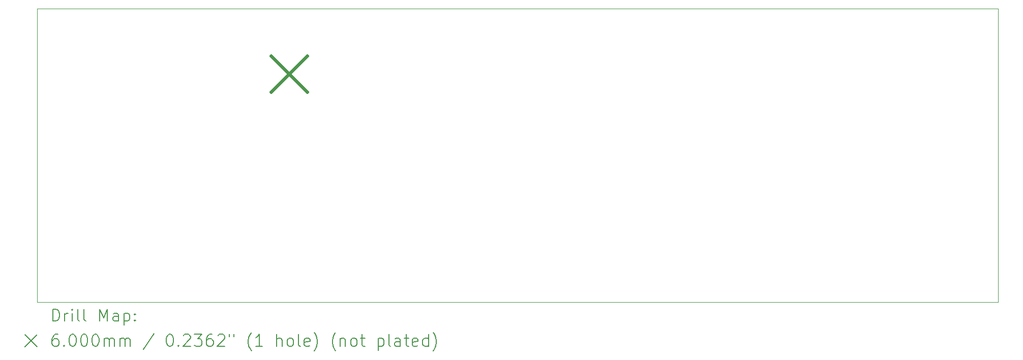
<source format=gbr>
%TF.GenerationSoftware,KiCad,Pcbnew,7.0.9-7.0.9~ubuntu20.04.1*%
%TF.CreationDate,2023-12-17T17:56:01+01:00*%
%TF.ProjectId,PL_switch,504c5f73-7769-4746-9368-2e6b69636164,1.0*%
%TF.SameCoordinates,Original*%
%TF.FileFunction,Drillmap*%
%TF.FilePolarity,Positive*%
%FSLAX45Y45*%
G04 Gerber Fmt 4.5, Leading zero omitted, Abs format (unit mm)*
G04 Created by KiCad (PCBNEW 7.0.9-7.0.9~ubuntu20.04.1) date 2023-12-17 17:56:01*
%MOMM*%
%LPD*%
G01*
G04 APERTURE LIST*
%ADD10C,0.100000*%
%ADD11C,0.200000*%
%ADD12C,0.600000*%
G04 APERTURE END LIST*
D10*
X5905500Y-7366000D02*
X21907500Y-7366000D01*
X21907500Y-12255500D01*
X5905500Y-12255500D01*
X5905500Y-7366000D01*
D11*
D12*
X9796500Y-8151000D02*
X10396500Y-8751000D01*
X10396500Y-8151000D02*
X9796500Y-8751000D01*
D11*
X6161277Y-12571984D02*
X6161277Y-12371984D01*
X6161277Y-12371984D02*
X6208896Y-12371984D01*
X6208896Y-12371984D02*
X6237467Y-12381508D01*
X6237467Y-12381508D02*
X6256515Y-12400555D01*
X6256515Y-12400555D02*
X6266039Y-12419603D01*
X6266039Y-12419603D02*
X6275562Y-12457698D01*
X6275562Y-12457698D02*
X6275562Y-12486269D01*
X6275562Y-12486269D02*
X6266039Y-12524365D01*
X6266039Y-12524365D02*
X6256515Y-12543412D01*
X6256515Y-12543412D02*
X6237467Y-12562460D01*
X6237467Y-12562460D02*
X6208896Y-12571984D01*
X6208896Y-12571984D02*
X6161277Y-12571984D01*
X6361277Y-12571984D02*
X6361277Y-12438650D01*
X6361277Y-12476746D02*
X6370801Y-12457698D01*
X6370801Y-12457698D02*
X6380324Y-12448174D01*
X6380324Y-12448174D02*
X6399372Y-12438650D01*
X6399372Y-12438650D02*
X6418420Y-12438650D01*
X6485086Y-12571984D02*
X6485086Y-12438650D01*
X6485086Y-12371984D02*
X6475562Y-12381508D01*
X6475562Y-12381508D02*
X6485086Y-12391031D01*
X6485086Y-12391031D02*
X6494610Y-12381508D01*
X6494610Y-12381508D02*
X6485086Y-12371984D01*
X6485086Y-12371984D02*
X6485086Y-12391031D01*
X6608896Y-12571984D02*
X6589848Y-12562460D01*
X6589848Y-12562460D02*
X6580324Y-12543412D01*
X6580324Y-12543412D02*
X6580324Y-12371984D01*
X6713658Y-12571984D02*
X6694610Y-12562460D01*
X6694610Y-12562460D02*
X6685086Y-12543412D01*
X6685086Y-12543412D02*
X6685086Y-12371984D01*
X6942229Y-12571984D02*
X6942229Y-12371984D01*
X6942229Y-12371984D02*
X7008896Y-12514841D01*
X7008896Y-12514841D02*
X7075562Y-12371984D01*
X7075562Y-12371984D02*
X7075562Y-12571984D01*
X7256515Y-12571984D02*
X7256515Y-12467222D01*
X7256515Y-12467222D02*
X7246991Y-12448174D01*
X7246991Y-12448174D02*
X7227943Y-12438650D01*
X7227943Y-12438650D02*
X7189848Y-12438650D01*
X7189848Y-12438650D02*
X7170801Y-12448174D01*
X7256515Y-12562460D02*
X7237467Y-12571984D01*
X7237467Y-12571984D02*
X7189848Y-12571984D01*
X7189848Y-12571984D02*
X7170801Y-12562460D01*
X7170801Y-12562460D02*
X7161277Y-12543412D01*
X7161277Y-12543412D02*
X7161277Y-12524365D01*
X7161277Y-12524365D02*
X7170801Y-12505317D01*
X7170801Y-12505317D02*
X7189848Y-12495793D01*
X7189848Y-12495793D02*
X7237467Y-12495793D01*
X7237467Y-12495793D02*
X7256515Y-12486269D01*
X7351753Y-12438650D02*
X7351753Y-12638650D01*
X7351753Y-12448174D02*
X7370801Y-12438650D01*
X7370801Y-12438650D02*
X7408896Y-12438650D01*
X7408896Y-12438650D02*
X7427943Y-12448174D01*
X7427943Y-12448174D02*
X7437467Y-12457698D01*
X7437467Y-12457698D02*
X7446991Y-12476746D01*
X7446991Y-12476746D02*
X7446991Y-12533888D01*
X7446991Y-12533888D02*
X7437467Y-12552936D01*
X7437467Y-12552936D02*
X7427943Y-12562460D01*
X7427943Y-12562460D02*
X7408896Y-12571984D01*
X7408896Y-12571984D02*
X7370801Y-12571984D01*
X7370801Y-12571984D02*
X7351753Y-12562460D01*
X7532705Y-12552936D02*
X7542229Y-12562460D01*
X7542229Y-12562460D02*
X7532705Y-12571984D01*
X7532705Y-12571984D02*
X7523182Y-12562460D01*
X7523182Y-12562460D02*
X7532705Y-12552936D01*
X7532705Y-12552936D02*
X7532705Y-12571984D01*
X7532705Y-12448174D02*
X7542229Y-12457698D01*
X7542229Y-12457698D02*
X7532705Y-12467222D01*
X7532705Y-12467222D02*
X7523182Y-12457698D01*
X7523182Y-12457698D02*
X7532705Y-12448174D01*
X7532705Y-12448174D02*
X7532705Y-12467222D01*
X5700500Y-12800500D02*
X5900500Y-13000500D01*
X5900500Y-12800500D02*
X5700500Y-13000500D01*
X6246991Y-12791984D02*
X6208896Y-12791984D01*
X6208896Y-12791984D02*
X6189848Y-12801508D01*
X6189848Y-12801508D02*
X6180324Y-12811031D01*
X6180324Y-12811031D02*
X6161277Y-12839603D01*
X6161277Y-12839603D02*
X6151753Y-12877698D01*
X6151753Y-12877698D02*
X6151753Y-12953888D01*
X6151753Y-12953888D02*
X6161277Y-12972936D01*
X6161277Y-12972936D02*
X6170801Y-12982460D01*
X6170801Y-12982460D02*
X6189848Y-12991984D01*
X6189848Y-12991984D02*
X6227943Y-12991984D01*
X6227943Y-12991984D02*
X6246991Y-12982460D01*
X6246991Y-12982460D02*
X6256515Y-12972936D01*
X6256515Y-12972936D02*
X6266039Y-12953888D01*
X6266039Y-12953888D02*
X6266039Y-12906269D01*
X6266039Y-12906269D02*
X6256515Y-12887222D01*
X6256515Y-12887222D02*
X6246991Y-12877698D01*
X6246991Y-12877698D02*
X6227943Y-12868174D01*
X6227943Y-12868174D02*
X6189848Y-12868174D01*
X6189848Y-12868174D02*
X6170801Y-12877698D01*
X6170801Y-12877698D02*
X6161277Y-12887222D01*
X6161277Y-12887222D02*
X6151753Y-12906269D01*
X6351753Y-12972936D02*
X6361277Y-12982460D01*
X6361277Y-12982460D02*
X6351753Y-12991984D01*
X6351753Y-12991984D02*
X6342229Y-12982460D01*
X6342229Y-12982460D02*
X6351753Y-12972936D01*
X6351753Y-12972936D02*
X6351753Y-12991984D01*
X6485086Y-12791984D02*
X6504134Y-12791984D01*
X6504134Y-12791984D02*
X6523182Y-12801508D01*
X6523182Y-12801508D02*
X6532705Y-12811031D01*
X6532705Y-12811031D02*
X6542229Y-12830079D01*
X6542229Y-12830079D02*
X6551753Y-12868174D01*
X6551753Y-12868174D02*
X6551753Y-12915793D01*
X6551753Y-12915793D02*
X6542229Y-12953888D01*
X6542229Y-12953888D02*
X6532705Y-12972936D01*
X6532705Y-12972936D02*
X6523182Y-12982460D01*
X6523182Y-12982460D02*
X6504134Y-12991984D01*
X6504134Y-12991984D02*
X6485086Y-12991984D01*
X6485086Y-12991984D02*
X6466039Y-12982460D01*
X6466039Y-12982460D02*
X6456515Y-12972936D01*
X6456515Y-12972936D02*
X6446991Y-12953888D01*
X6446991Y-12953888D02*
X6437467Y-12915793D01*
X6437467Y-12915793D02*
X6437467Y-12868174D01*
X6437467Y-12868174D02*
X6446991Y-12830079D01*
X6446991Y-12830079D02*
X6456515Y-12811031D01*
X6456515Y-12811031D02*
X6466039Y-12801508D01*
X6466039Y-12801508D02*
X6485086Y-12791984D01*
X6675562Y-12791984D02*
X6694610Y-12791984D01*
X6694610Y-12791984D02*
X6713658Y-12801508D01*
X6713658Y-12801508D02*
X6723182Y-12811031D01*
X6723182Y-12811031D02*
X6732705Y-12830079D01*
X6732705Y-12830079D02*
X6742229Y-12868174D01*
X6742229Y-12868174D02*
X6742229Y-12915793D01*
X6742229Y-12915793D02*
X6732705Y-12953888D01*
X6732705Y-12953888D02*
X6723182Y-12972936D01*
X6723182Y-12972936D02*
X6713658Y-12982460D01*
X6713658Y-12982460D02*
X6694610Y-12991984D01*
X6694610Y-12991984D02*
X6675562Y-12991984D01*
X6675562Y-12991984D02*
X6656515Y-12982460D01*
X6656515Y-12982460D02*
X6646991Y-12972936D01*
X6646991Y-12972936D02*
X6637467Y-12953888D01*
X6637467Y-12953888D02*
X6627943Y-12915793D01*
X6627943Y-12915793D02*
X6627943Y-12868174D01*
X6627943Y-12868174D02*
X6637467Y-12830079D01*
X6637467Y-12830079D02*
X6646991Y-12811031D01*
X6646991Y-12811031D02*
X6656515Y-12801508D01*
X6656515Y-12801508D02*
X6675562Y-12791984D01*
X6866039Y-12791984D02*
X6885086Y-12791984D01*
X6885086Y-12791984D02*
X6904134Y-12801508D01*
X6904134Y-12801508D02*
X6913658Y-12811031D01*
X6913658Y-12811031D02*
X6923182Y-12830079D01*
X6923182Y-12830079D02*
X6932705Y-12868174D01*
X6932705Y-12868174D02*
X6932705Y-12915793D01*
X6932705Y-12915793D02*
X6923182Y-12953888D01*
X6923182Y-12953888D02*
X6913658Y-12972936D01*
X6913658Y-12972936D02*
X6904134Y-12982460D01*
X6904134Y-12982460D02*
X6885086Y-12991984D01*
X6885086Y-12991984D02*
X6866039Y-12991984D01*
X6866039Y-12991984D02*
X6846991Y-12982460D01*
X6846991Y-12982460D02*
X6837467Y-12972936D01*
X6837467Y-12972936D02*
X6827943Y-12953888D01*
X6827943Y-12953888D02*
X6818420Y-12915793D01*
X6818420Y-12915793D02*
X6818420Y-12868174D01*
X6818420Y-12868174D02*
X6827943Y-12830079D01*
X6827943Y-12830079D02*
X6837467Y-12811031D01*
X6837467Y-12811031D02*
X6846991Y-12801508D01*
X6846991Y-12801508D02*
X6866039Y-12791984D01*
X7018420Y-12991984D02*
X7018420Y-12858650D01*
X7018420Y-12877698D02*
X7027943Y-12868174D01*
X7027943Y-12868174D02*
X7046991Y-12858650D01*
X7046991Y-12858650D02*
X7075563Y-12858650D01*
X7075563Y-12858650D02*
X7094610Y-12868174D01*
X7094610Y-12868174D02*
X7104134Y-12887222D01*
X7104134Y-12887222D02*
X7104134Y-12991984D01*
X7104134Y-12887222D02*
X7113658Y-12868174D01*
X7113658Y-12868174D02*
X7132705Y-12858650D01*
X7132705Y-12858650D02*
X7161277Y-12858650D01*
X7161277Y-12858650D02*
X7180324Y-12868174D01*
X7180324Y-12868174D02*
X7189848Y-12887222D01*
X7189848Y-12887222D02*
X7189848Y-12991984D01*
X7285086Y-12991984D02*
X7285086Y-12858650D01*
X7285086Y-12877698D02*
X7294610Y-12868174D01*
X7294610Y-12868174D02*
X7313658Y-12858650D01*
X7313658Y-12858650D02*
X7342229Y-12858650D01*
X7342229Y-12858650D02*
X7361277Y-12868174D01*
X7361277Y-12868174D02*
X7370801Y-12887222D01*
X7370801Y-12887222D02*
X7370801Y-12991984D01*
X7370801Y-12887222D02*
X7380324Y-12868174D01*
X7380324Y-12868174D02*
X7399372Y-12858650D01*
X7399372Y-12858650D02*
X7427943Y-12858650D01*
X7427943Y-12858650D02*
X7446991Y-12868174D01*
X7446991Y-12868174D02*
X7456515Y-12887222D01*
X7456515Y-12887222D02*
X7456515Y-12991984D01*
X7846991Y-12782460D02*
X7675563Y-13039603D01*
X8104134Y-12791984D02*
X8123182Y-12791984D01*
X8123182Y-12791984D02*
X8142229Y-12801508D01*
X8142229Y-12801508D02*
X8151753Y-12811031D01*
X8151753Y-12811031D02*
X8161277Y-12830079D01*
X8161277Y-12830079D02*
X8170801Y-12868174D01*
X8170801Y-12868174D02*
X8170801Y-12915793D01*
X8170801Y-12915793D02*
X8161277Y-12953888D01*
X8161277Y-12953888D02*
X8151753Y-12972936D01*
X8151753Y-12972936D02*
X8142229Y-12982460D01*
X8142229Y-12982460D02*
X8123182Y-12991984D01*
X8123182Y-12991984D02*
X8104134Y-12991984D01*
X8104134Y-12991984D02*
X8085086Y-12982460D01*
X8085086Y-12982460D02*
X8075563Y-12972936D01*
X8075563Y-12972936D02*
X8066039Y-12953888D01*
X8066039Y-12953888D02*
X8056515Y-12915793D01*
X8056515Y-12915793D02*
X8056515Y-12868174D01*
X8056515Y-12868174D02*
X8066039Y-12830079D01*
X8066039Y-12830079D02*
X8075563Y-12811031D01*
X8075563Y-12811031D02*
X8085086Y-12801508D01*
X8085086Y-12801508D02*
X8104134Y-12791984D01*
X8256515Y-12972936D02*
X8266039Y-12982460D01*
X8266039Y-12982460D02*
X8256515Y-12991984D01*
X8256515Y-12991984D02*
X8246991Y-12982460D01*
X8246991Y-12982460D02*
X8256515Y-12972936D01*
X8256515Y-12972936D02*
X8256515Y-12991984D01*
X8342229Y-12811031D02*
X8351753Y-12801508D01*
X8351753Y-12801508D02*
X8370801Y-12791984D01*
X8370801Y-12791984D02*
X8418420Y-12791984D01*
X8418420Y-12791984D02*
X8437468Y-12801508D01*
X8437468Y-12801508D02*
X8446991Y-12811031D01*
X8446991Y-12811031D02*
X8456515Y-12830079D01*
X8456515Y-12830079D02*
X8456515Y-12849127D01*
X8456515Y-12849127D02*
X8446991Y-12877698D01*
X8446991Y-12877698D02*
X8332706Y-12991984D01*
X8332706Y-12991984D02*
X8456515Y-12991984D01*
X8523182Y-12791984D02*
X8646991Y-12791984D01*
X8646991Y-12791984D02*
X8580325Y-12868174D01*
X8580325Y-12868174D02*
X8608896Y-12868174D01*
X8608896Y-12868174D02*
X8627944Y-12877698D01*
X8627944Y-12877698D02*
X8637468Y-12887222D01*
X8637468Y-12887222D02*
X8646991Y-12906269D01*
X8646991Y-12906269D02*
X8646991Y-12953888D01*
X8646991Y-12953888D02*
X8637468Y-12972936D01*
X8637468Y-12972936D02*
X8627944Y-12982460D01*
X8627944Y-12982460D02*
X8608896Y-12991984D01*
X8608896Y-12991984D02*
X8551753Y-12991984D01*
X8551753Y-12991984D02*
X8532706Y-12982460D01*
X8532706Y-12982460D02*
X8523182Y-12972936D01*
X8818420Y-12791984D02*
X8780325Y-12791984D01*
X8780325Y-12791984D02*
X8761277Y-12801508D01*
X8761277Y-12801508D02*
X8751753Y-12811031D01*
X8751753Y-12811031D02*
X8732706Y-12839603D01*
X8732706Y-12839603D02*
X8723182Y-12877698D01*
X8723182Y-12877698D02*
X8723182Y-12953888D01*
X8723182Y-12953888D02*
X8732706Y-12972936D01*
X8732706Y-12972936D02*
X8742229Y-12982460D01*
X8742229Y-12982460D02*
X8761277Y-12991984D01*
X8761277Y-12991984D02*
X8799372Y-12991984D01*
X8799372Y-12991984D02*
X8818420Y-12982460D01*
X8818420Y-12982460D02*
X8827944Y-12972936D01*
X8827944Y-12972936D02*
X8837468Y-12953888D01*
X8837468Y-12953888D02*
X8837468Y-12906269D01*
X8837468Y-12906269D02*
X8827944Y-12887222D01*
X8827944Y-12887222D02*
X8818420Y-12877698D01*
X8818420Y-12877698D02*
X8799372Y-12868174D01*
X8799372Y-12868174D02*
X8761277Y-12868174D01*
X8761277Y-12868174D02*
X8742229Y-12877698D01*
X8742229Y-12877698D02*
X8732706Y-12887222D01*
X8732706Y-12887222D02*
X8723182Y-12906269D01*
X8913658Y-12811031D02*
X8923182Y-12801508D01*
X8923182Y-12801508D02*
X8942229Y-12791984D01*
X8942229Y-12791984D02*
X8989849Y-12791984D01*
X8989849Y-12791984D02*
X9008896Y-12801508D01*
X9008896Y-12801508D02*
X9018420Y-12811031D01*
X9018420Y-12811031D02*
X9027944Y-12830079D01*
X9027944Y-12830079D02*
X9027944Y-12849127D01*
X9027944Y-12849127D02*
X9018420Y-12877698D01*
X9018420Y-12877698D02*
X8904134Y-12991984D01*
X8904134Y-12991984D02*
X9027944Y-12991984D01*
X9104134Y-12791984D02*
X9104134Y-12830079D01*
X9180325Y-12791984D02*
X9180325Y-12830079D01*
X9475563Y-13068174D02*
X9466039Y-13058650D01*
X9466039Y-13058650D02*
X9446991Y-13030079D01*
X9446991Y-13030079D02*
X9437468Y-13011031D01*
X9437468Y-13011031D02*
X9427944Y-12982460D01*
X9427944Y-12982460D02*
X9418420Y-12934841D01*
X9418420Y-12934841D02*
X9418420Y-12896746D01*
X9418420Y-12896746D02*
X9427944Y-12849127D01*
X9427944Y-12849127D02*
X9437468Y-12820555D01*
X9437468Y-12820555D02*
X9446991Y-12801508D01*
X9446991Y-12801508D02*
X9466039Y-12772936D01*
X9466039Y-12772936D02*
X9475563Y-12763412D01*
X9656515Y-12991984D02*
X9542230Y-12991984D01*
X9599372Y-12991984D02*
X9599372Y-12791984D01*
X9599372Y-12791984D02*
X9580325Y-12820555D01*
X9580325Y-12820555D02*
X9561277Y-12839603D01*
X9561277Y-12839603D02*
X9542230Y-12849127D01*
X9894611Y-12991984D02*
X9894611Y-12791984D01*
X9980325Y-12991984D02*
X9980325Y-12887222D01*
X9980325Y-12887222D02*
X9970801Y-12868174D01*
X9970801Y-12868174D02*
X9951753Y-12858650D01*
X9951753Y-12858650D02*
X9923182Y-12858650D01*
X9923182Y-12858650D02*
X9904134Y-12868174D01*
X9904134Y-12868174D02*
X9894611Y-12877698D01*
X10104134Y-12991984D02*
X10085087Y-12982460D01*
X10085087Y-12982460D02*
X10075563Y-12972936D01*
X10075563Y-12972936D02*
X10066039Y-12953888D01*
X10066039Y-12953888D02*
X10066039Y-12896746D01*
X10066039Y-12896746D02*
X10075563Y-12877698D01*
X10075563Y-12877698D02*
X10085087Y-12868174D01*
X10085087Y-12868174D02*
X10104134Y-12858650D01*
X10104134Y-12858650D02*
X10132706Y-12858650D01*
X10132706Y-12858650D02*
X10151753Y-12868174D01*
X10151753Y-12868174D02*
X10161277Y-12877698D01*
X10161277Y-12877698D02*
X10170801Y-12896746D01*
X10170801Y-12896746D02*
X10170801Y-12953888D01*
X10170801Y-12953888D02*
X10161277Y-12972936D01*
X10161277Y-12972936D02*
X10151753Y-12982460D01*
X10151753Y-12982460D02*
X10132706Y-12991984D01*
X10132706Y-12991984D02*
X10104134Y-12991984D01*
X10285087Y-12991984D02*
X10266039Y-12982460D01*
X10266039Y-12982460D02*
X10256515Y-12963412D01*
X10256515Y-12963412D02*
X10256515Y-12791984D01*
X10437468Y-12982460D02*
X10418420Y-12991984D01*
X10418420Y-12991984D02*
X10380325Y-12991984D01*
X10380325Y-12991984D02*
X10361277Y-12982460D01*
X10361277Y-12982460D02*
X10351753Y-12963412D01*
X10351753Y-12963412D02*
X10351753Y-12887222D01*
X10351753Y-12887222D02*
X10361277Y-12868174D01*
X10361277Y-12868174D02*
X10380325Y-12858650D01*
X10380325Y-12858650D02*
X10418420Y-12858650D01*
X10418420Y-12858650D02*
X10437468Y-12868174D01*
X10437468Y-12868174D02*
X10446992Y-12887222D01*
X10446992Y-12887222D02*
X10446992Y-12906269D01*
X10446992Y-12906269D02*
X10351753Y-12925317D01*
X10513658Y-13068174D02*
X10523182Y-13058650D01*
X10523182Y-13058650D02*
X10542230Y-13030079D01*
X10542230Y-13030079D02*
X10551753Y-13011031D01*
X10551753Y-13011031D02*
X10561277Y-12982460D01*
X10561277Y-12982460D02*
X10570801Y-12934841D01*
X10570801Y-12934841D02*
X10570801Y-12896746D01*
X10570801Y-12896746D02*
X10561277Y-12849127D01*
X10561277Y-12849127D02*
X10551753Y-12820555D01*
X10551753Y-12820555D02*
X10542230Y-12801508D01*
X10542230Y-12801508D02*
X10523182Y-12772936D01*
X10523182Y-12772936D02*
X10513658Y-12763412D01*
X10875563Y-13068174D02*
X10866039Y-13058650D01*
X10866039Y-13058650D02*
X10846992Y-13030079D01*
X10846992Y-13030079D02*
X10837468Y-13011031D01*
X10837468Y-13011031D02*
X10827944Y-12982460D01*
X10827944Y-12982460D02*
X10818420Y-12934841D01*
X10818420Y-12934841D02*
X10818420Y-12896746D01*
X10818420Y-12896746D02*
X10827944Y-12849127D01*
X10827944Y-12849127D02*
X10837468Y-12820555D01*
X10837468Y-12820555D02*
X10846992Y-12801508D01*
X10846992Y-12801508D02*
X10866039Y-12772936D01*
X10866039Y-12772936D02*
X10875563Y-12763412D01*
X10951753Y-12858650D02*
X10951753Y-12991984D01*
X10951753Y-12877698D02*
X10961277Y-12868174D01*
X10961277Y-12868174D02*
X10980325Y-12858650D01*
X10980325Y-12858650D02*
X11008896Y-12858650D01*
X11008896Y-12858650D02*
X11027944Y-12868174D01*
X11027944Y-12868174D02*
X11037468Y-12887222D01*
X11037468Y-12887222D02*
X11037468Y-12991984D01*
X11161277Y-12991984D02*
X11142230Y-12982460D01*
X11142230Y-12982460D02*
X11132706Y-12972936D01*
X11132706Y-12972936D02*
X11123182Y-12953888D01*
X11123182Y-12953888D02*
X11123182Y-12896746D01*
X11123182Y-12896746D02*
X11132706Y-12877698D01*
X11132706Y-12877698D02*
X11142230Y-12868174D01*
X11142230Y-12868174D02*
X11161277Y-12858650D01*
X11161277Y-12858650D02*
X11189849Y-12858650D01*
X11189849Y-12858650D02*
X11208896Y-12868174D01*
X11208896Y-12868174D02*
X11218420Y-12877698D01*
X11218420Y-12877698D02*
X11227944Y-12896746D01*
X11227944Y-12896746D02*
X11227944Y-12953888D01*
X11227944Y-12953888D02*
X11218420Y-12972936D01*
X11218420Y-12972936D02*
X11208896Y-12982460D01*
X11208896Y-12982460D02*
X11189849Y-12991984D01*
X11189849Y-12991984D02*
X11161277Y-12991984D01*
X11285087Y-12858650D02*
X11361277Y-12858650D01*
X11313658Y-12791984D02*
X11313658Y-12963412D01*
X11313658Y-12963412D02*
X11323182Y-12982460D01*
X11323182Y-12982460D02*
X11342230Y-12991984D01*
X11342230Y-12991984D02*
X11361277Y-12991984D01*
X11580325Y-12858650D02*
X11580325Y-13058650D01*
X11580325Y-12868174D02*
X11599372Y-12858650D01*
X11599372Y-12858650D02*
X11637468Y-12858650D01*
X11637468Y-12858650D02*
X11656515Y-12868174D01*
X11656515Y-12868174D02*
X11666039Y-12877698D01*
X11666039Y-12877698D02*
X11675563Y-12896746D01*
X11675563Y-12896746D02*
X11675563Y-12953888D01*
X11675563Y-12953888D02*
X11666039Y-12972936D01*
X11666039Y-12972936D02*
X11656515Y-12982460D01*
X11656515Y-12982460D02*
X11637468Y-12991984D01*
X11637468Y-12991984D02*
X11599372Y-12991984D01*
X11599372Y-12991984D02*
X11580325Y-12982460D01*
X11789849Y-12991984D02*
X11770801Y-12982460D01*
X11770801Y-12982460D02*
X11761277Y-12963412D01*
X11761277Y-12963412D02*
X11761277Y-12791984D01*
X11951753Y-12991984D02*
X11951753Y-12887222D01*
X11951753Y-12887222D02*
X11942230Y-12868174D01*
X11942230Y-12868174D02*
X11923182Y-12858650D01*
X11923182Y-12858650D02*
X11885087Y-12858650D01*
X11885087Y-12858650D02*
X11866039Y-12868174D01*
X11951753Y-12982460D02*
X11932706Y-12991984D01*
X11932706Y-12991984D02*
X11885087Y-12991984D01*
X11885087Y-12991984D02*
X11866039Y-12982460D01*
X11866039Y-12982460D02*
X11856515Y-12963412D01*
X11856515Y-12963412D02*
X11856515Y-12944365D01*
X11856515Y-12944365D02*
X11866039Y-12925317D01*
X11866039Y-12925317D02*
X11885087Y-12915793D01*
X11885087Y-12915793D02*
X11932706Y-12915793D01*
X11932706Y-12915793D02*
X11951753Y-12906269D01*
X12018420Y-12858650D02*
X12094611Y-12858650D01*
X12046992Y-12791984D02*
X12046992Y-12963412D01*
X12046992Y-12963412D02*
X12056515Y-12982460D01*
X12056515Y-12982460D02*
X12075563Y-12991984D01*
X12075563Y-12991984D02*
X12094611Y-12991984D01*
X12237468Y-12982460D02*
X12218420Y-12991984D01*
X12218420Y-12991984D02*
X12180325Y-12991984D01*
X12180325Y-12991984D02*
X12161277Y-12982460D01*
X12161277Y-12982460D02*
X12151753Y-12963412D01*
X12151753Y-12963412D02*
X12151753Y-12887222D01*
X12151753Y-12887222D02*
X12161277Y-12868174D01*
X12161277Y-12868174D02*
X12180325Y-12858650D01*
X12180325Y-12858650D02*
X12218420Y-12858650D01*
X12218420Y-12858650D02*
X12237468Y-12868174D01*
X12237468Y-12868174D02*
X12246992Y-12887222D01*
X12246992Y-12887222D02*
X12246992Y-12906269D01*
X12246992Y-12906269D02*
X12151753Y-12925317D01*
X12418420Y-12991984D02*
X12418420Y-12791984D01*
X12418420Y-12982460D02*
X12399373Y-12991984D01*
X12399373Y-12991984D02*
X12361277Y-12991984D01*
X12361277Y-12991984D02*
X12342230Y-12982460D01*
X12342230Y-12982460D02*
X12332706Y-12972936D01*
X12332706Y-12972936D02*
X12323182Y-12953888D01*
X12323182Y-12953888D02*
X12323182Y-12896746D01*
X12323182Y-12896746D02*
X12332706Y-12877698D01*
X12332706Y-12877698D02*
X12342230Y-12868174D01*
X12342230Y-12868174D02*
X12361277Y-12858650D01*
X12361277Y-12858650D02*
X12399373Y-12858650D01*
X12399373Y-12858650D02*
X12418420Y-12868174D01*
X12494611Y-13068174D02*
X12504134Y-13058650D01*
X12504134Y-13058650D02*
X12523182Y-13030079D01*
X12523182Y-13030079D02*
X12532706Y-13011031D01*
X12532706Y-13011031D02*
X12542230Y-12982460D01*
X12542230Y-12982460D02*
X12551753Y-12934841D01*
X12551753Y-12934841D02*
X12551753Y-12896746D01*
X12551753Y-12896746D02*
X12542230Y-12849127D01*
X12542230Y-12849127D02*
X12532706Y-12820555D01*
X12532706Y-12820555D02*
X12523182Y-12801508D01*
X12523182Y-12801508D02*
X12504134Y-12772936D01*
X12504134Y-12772936D02*
X12494611Y-12763412D01*
M02*

</source>
